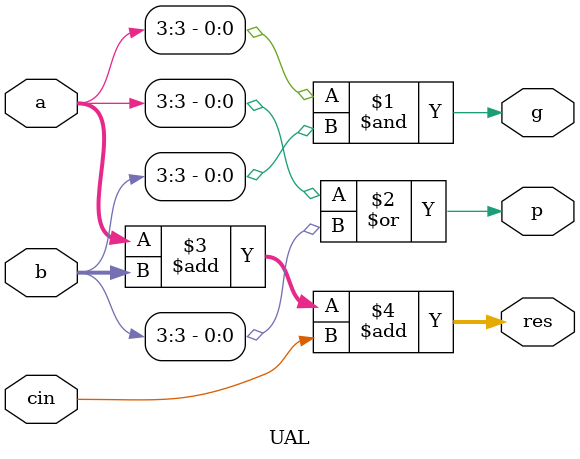
<source format=v>
module UAL(
    input [3:0] a,
    input [3:0] b,
    input cin,
    output [3:0] res,
    output  p,
    output  g
    );
    
     assign g = a[3] & b[3];
     assign p = a[3] | b[3];  
     assign res = a + b + cin;  
     
endmodule

</source>
